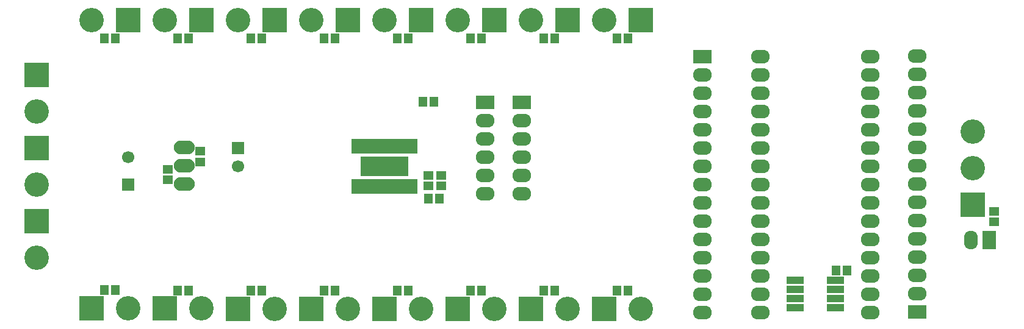
<source format=gbr>
G04 #@! TF.FileFunction,Soldermask,Top*
%FSLAX46Y46*%
G04 Gerber Fmt 4.6, Leading zero omitted, Abs format (unit mm)*
G04 Created by KiCad (PCBNEW (2015-09-30 BZR 6232)-product) date Fri 09 Oct 2015 07:53:00 AM EEST*
%MOMM*%
G01*
G04 APERTURE LIST*
%ADD10C,0.100000*%
%ADD11O,2.599640X1.924000*%
%ADD12O,2.597100X1.924000*%
%ADD13R,3.399740X3.399740*%
%ADD14C,3.399740*%
%ADD15O,2.899360X1.901140*%
%ADD16R,1.400760X1.299160*%
%ADD17R,2.599640X1.924000*%
%ADD18R,1.299160X1.400760*%
%ADD19R,0.700000X2.000000*%
%ADD20R,6.570000X2.800000*%
%ADD21R,2.398980X0.999440*%
%ADD22R,1.700000X1.700000*%
%ADD23C,1.700000*%
%ADD24R,1.924000X2.599640*%
%ADD25O,1.924000X2.599640*%
G04 APERTURE END LIST*
D10*
D11*
X171560000Y-132080000D03*
X171560000Y-129540000D03*
X171560000Y-127000000D03*
X171560000Y-124460000D03*
X171560000Y-121920000D03*
X171560000Y-119380000D03*
X171560000Y-116840000D03*
X171560000Y-114300000D03*
X171560000Y-111760000D03*
X171560000Y-109220000D03*
X171560000Y-106680000D03*
X171560000Y-104140000D03*
X171560000Y-101600000D03*
X171560000Y-99060000D03*
X171560000Y-96520000D03*
X186800000Y-96520000D03*
X186800000Y-99060000D03*
X186800000Y-101600000D03*
X186800000Y-104140000D03*
D12*
X186800000Y-106680000D03*
X186800000Y-109220000D03*
X186800000Y-111760000D03*
X186800000Y-114300000D03*
X186800000Y-116840000D03*
X186800000Y-119380000D03*
X186800000Y-121920000D03*
X186800000Y-124460000D03*
X186800000Y-127000000D03*
X186800000Y-129540000D03*
X186800000Y-132080000D03*
D13*
X71120000Y-119380000D03*
D14*
X71120000Y-124460000D03*
D13*
X71120000Y-109220000D03*
D14*
X71120000Y-114300000D03*
D15*
X91600000Y-111651040D03*
X91600000Y-114191040D03*
X91600000Y-109111040D03*
D16*
X127250000Y-114501840D03*
X127250000Y-112998160D03*
X89350000Y-113652880D03*
X89350000Y-112149200D03*
D13*
X154940000Y-91440000D03*
D14*
X149860000Y-91440000D03*
D13*
X144780000Y-91440000D03*
D14*
X139700000Y-91440000D03*
D13*
X134620000Y-91440000D03*
D14*
X129540000Y-91440000D03*
D13*
X124460000Y-91440000D03*
D14*
X119380000Y-91440000D03*
D13*
X114300000Y-91440000D03*
D14*
X109220000Y-91440000D03*
D13*
X104140000Y-91440000D03*
D14*
X99060000Y-91440000D03*
D13*
X93980000Y-91440000D03*
D14*
X88900000Y-91440000D03*
D13*
X83820000Y-91440000D03*
D14*
X78740000Y-91440000D03*
D13*
X78740000Y-131506596D03*
D14*
X83820000Y-131506596D03*
D13*
X88900000Y-131506596D03*
D14*
X93980000Y-131506596D03*
D13*
X99060000Y-131580000D03*
D14*
X104140000Y-131580000D03*
D13*
X109220000Y-131580000D03*
D14*
X114300000Y-131580000D03*
D13*
X119380000Y-131580000D03*
D14*
X124460000Y-131580000D03*
D13*
X129540000Y-131580000D03*
D14*
X134620000Y-131580000D03*
D13*
X139700000Y-131580000D03*
D14*
X144780000Y-131580000D03*
D13*
X149860000Y-131580000D03*
D14*
X154940000Y-131580000D03*
D17*
X133350000Y-102870000D03*
D11*
X133350000Y-105410000D03*
X133350000Y-107950000D03*
X133350000Y-110490000D03*
X133350000Y-113030000D03*
X133350000Y-115570000D03*
D17*
X138430000Y-102870000D03*
D11*
X138430000Y-105410000D03*
X138430000Y-107950000D03*
X138430000Y-110490000D03*
X138430000Y-113030000D03*
X138430000Y-115570000D03*
D13*
X71120000Y-99060000D03*
D14*
X71120000Y-104140000D03*
D18*
X111008160Y-93980000D03*
X112511840Y-93980000D03*
X151648160Y-93980000D03*
X153151840Y-93980000D03*
X141488160Y-93980000D03*
X142991840Y-93980000D03*
X131328160Y-93980000D03*
X132831840Y-93980000D03*
X121168160Y-93980000D03*
X122671840Y-93980000D03*
X100848160Y-93980000D03*
X102351840Y-93980000D03*
X90688160Y-93980000D03*
X92191840Y-93980000D03*
X80528160Y-93980000D03*
X82031840Y-93980000D03*
X82031840Y-128966596D03*
X80528160Y-128966596D03*
X92191840Y-129040000D03*
X90688160Y-129040000D03*
X102351840Y-129040000D03*
X100848160Y-129040000D03*
X112511840Y-129040000D03*
X111008160Y-129040000D03*
X122671840Y-129040000D03*
X121168160Y-129040000D03*
X132831840Y-129040000D03*
X131328160Y-129040000D03*
X142991840Y-129040000D03*
X141488160Y-129040000D03*
X153151840Y-129040000D03*
X151648160Y-129040000D03*
X126251840Y-102750000D03*
X124748160Y-102750000D03*
X125498160Y-116250000D03*
X127001840Y-116250000D03*
D16*
X125500000Y-114501840D03*
X125500000Y-112998160D03*
D19*
X115155000Y-114560000D03*
X115805000Y-114560000D03*
X116455000Y-114560000D03*
X117105000Y-114560000D03*
X117755000Y-114560000D03*
X118405000Y-114560000D03*
X119055000Y-114560000D03*
X119705000Y-114560000D03*
X120355000Y-114560000D03*
X121005000Y-114560000D03*
X121655000Y-114560000D03*
X122305000Y-114560000D03*
X122955000Y-114560000D03*
X123605000Y-114560000D03*
X123605000Y-108960000D03*
X122955000Y-108960000D03*
X122305000Y-108960000D03*
X121655000Y-108960000D03*
X121005000Y-108960000D03*
X120355000Y-108960000D03*
X119705000Y-108960000D03*
X119055000Y-108960000D03*
X118405000Y-108960000D03*
X117755000Y-108960000D03*
X117105000Y-108960000D03*
X116455000Y-108960000D03*
X115805000Y-108960000D03*
X115155000Y-108960000D03*
D20*
X119380000Y-111760000D03*
D21*
X176386000Y-127635000D03*
X176386000Y-128905000D03*
X176386000Y-130175000D03*
X176386000Y-131445000D03*
X181974000Y-131445000D03*
X181974000Y-130175000D03*
X181974000Y-128905000D03*
X181974000Y-127635000D03*
D16*
X93850000Y-109649200D03*
X93850000Y-111152880D03*
D18*
X182038160Y-126250000D03*
X183541840Y-126250000D03*
D22*
X83820000Y-114300000D03*
D23*
X83820000Y-110500000D03*
X99060000Y-111760000D03*
D22*
X99060000Y-109260000D03*
D24*
X203270000Y-122000000D03*
D25*
X200730000Y-122000000D03*
D16*
X204000000Y-117998160D03*
X204000000Y-119501840D03*
D13*
X201000000Y-117080000D03*
D14*
X201000000Y-112000000D03*
X201000000Y-106920000D03*
D17*
X163500000Y-96500000D03*
D11*
X163500000Y-99040000D03*
X163500000Y-101580000D03*
X163500000Y-104120000D03*
X163500000Y-106660000D03*
X163500000Y-109200000D03*
X163500000Y-111740000D03*
X163500000Y-114280000D03*
X163500000Y-116820000D03*
X163500000Y-119360000D03*
X163500000Y-121900000D03*
X163500000Y-124440000D03*
X163500000Y-126980000D03*
X163500000Y-129520000D03*
X163500000Y-132060000D03*
D17*
X193250000Y-132030000D03*
D11*
X193250000Y-129490000D03*
X193250000Y-126950000D03*
X193250000Y-124410000D03*
X193250000Y-121870000D03*
X193250000Y-119330000D03*
X193250000Y-116790000D03*
X193250000Y-114250000D03*
X193250000Y-111710000D03*
X193250000Y-109170000D03*
X193250000Y-106630000D03*
X193250000Y-104090000D03*
X193250000Y-101550000D03*
X193250000Y-99010000D03*
X193250000Y-96470000D03*
M02*

</source>
